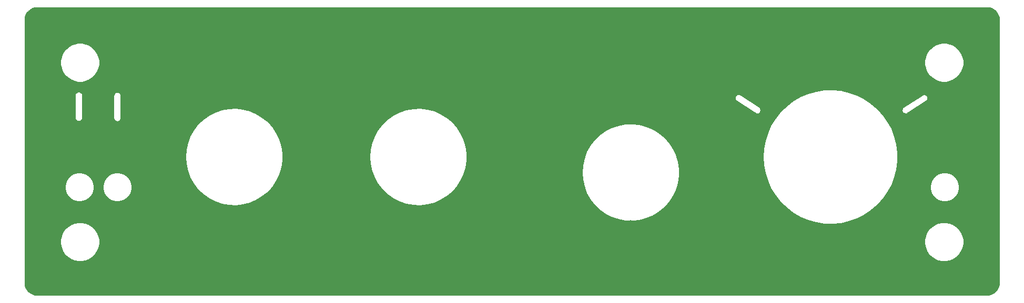
<source format=gbr>
G04 #@! TF.GenerationSoftware,KiCad,Pcbnew,(5.1.12)-1*
G04 #@! TF.CreationDate,2022-02-09T13:03:28+03:00*
G04 #@! TF.ProjectId,ADAU1701 panel,41444155-3137-4303-9120-70616e656c2e,rev?*
G04 #@! TF.SameCoordinates,Original*
G04 #@! TF.FileFunction,Copper,L1,Top*
G04 #@! TF.FilePolarity,Positive*
%FSLAX46Y46*%
G04 Gerber Fmt 4.6, Leading zero omitted, Abs format (unit mm)*
G04 Created by KiCad (PCBNEW (5.1.12)-1) date 2022-02-09 13:03:28*
%MOMM*%
%LPD*%
G01*
G04 APERTURE LIST*
G04 #@! TA.AperFunction,ViaPad*
%ADD10C,0.800000*%
G04 #@! TD*
G04 #@! TA.AperFunction,Conductor*
%ADD11C,0.200000*%
G04 #@! TD*
G04 #@! TA.AperFunction,Conductor*
%ADD12C,0.100000*%
G04 #@! TD*
G04 APERTURE END LIST*
D10*
X163300000Y-127100000D03*
D11*
X221083310Y-92464142D02*
X221452022Y-92575463D01*
X221792087Y-92756279D01*
X222090557Y-92999705D01*
X222336056Y-93296465D01*
X222519244Y-93635264D01*
X222633133Y-94003180D01*
X222675000Y-94401512D01*
X222675001Y-136784094D01*
X222635858Y-137183310D01*
X222524538Y-137552019D01*
X222343721Y-137892087D01*
X222100297Y-138190555D01*
X221803538Y-138436055D01*
X221464740Y-138619242D01*
X221096819Y-138733134D01*
X220698488Y-138775000D01*
X67815896Y-138775000D01*
X67416690Y-138735858D01*
X67047981Y-138624538D01*
X66707913Y-138443721D01*
X66409445Y-138200297D01*
X66163945Y-137903538D01*
X65980758Y-137564740D01*
X65866866Y-137196819D01*
X65825000Y-136798488D01*
X65825000Y-129889752D01*
X71550000Y-129889752D01*
X71550000Y-130510248D01*
X71671052Y-131118821D01*
X71908506Y-131692085D01*
X72253235Y-132208008D01*
X72691992Y-132646765D01*
X73207915Y-132991494D01*
X73781179Y-133228948D01*
X74389752Y-133350000D01*
X75010248Y-133350000D01*
X75618821Y-133228948D01*
X76192085Y-132991494D01*
X76708008Y-132646765D01*
X77146765Y-132208008D01*
X77491494Y-131692085D01*
X77728948Y-131118821D01*
X77850000Y-130510248D01*
X77850000Y-129889752D01*
X210650000Y-129889752D01*
X210650000Y-130510248D01*
X210771052Y-131118821D01*
X211008506Y-131692085D01*
X211353235Y-132208008D01*
X211791992Y-132646765D01*
X212307915Y-132991494D01*
X212881179Y-133228948D01*
X213489752Y-133350000D01*
X214110248Y-133350000D01*
X214718821Y-133228948D01*
X215292085Y-132991494D01*
X215808008Y-132646765D01*
X216246765Y-132208008D01*
X216591494Y-131692085D01*
X216828948Y-131118821D01*
X216950000Y-130510248D01*
X216950000Y-129889752D01*
X216828948Y-129281179D01*
X216591494Y-128707915D01*
X216246765Y-128191992D01*
X215808008Y-127753235D01*
X215292085Y-127408506D01*
X214718821Y-127171052D01*
X214110248Y-127050000D01*
X213489752Y-127050000D01*
X212881179Y-127171052D01*
X212307915Y-127408506D01*
X211791992Y-127753235D01*
X211353235Y-128191992D01*
X211008506Y-128707915D01*
X210771052Y-129281179D01*
X210650000Y-129889752D01*
X77850000Y-129889752D01*
X77728948Y-129281179D01*
X77491494Y-128707915D01*
X77146765Y-128191992D01*
X76708008Y-127753235D01*
X76192085Y-127408506D01*
X75618821Y-127171052D01*
X75010248Y-127050000D01*
X74389752Y-127050000D01*
X73781179Y-127171052D01*
X73207915Y-127408506D01*
X72691992Y-127753235D01*
X72253235Y-128191992D01*
X71908506Y-128707915D01*
X71671052Y-129281179D01*
X71550000Y-129889752D01*
X65825000Y-129889752D01*
X65825000Y-121170150D01*
X72266292Y-121170150D01*
X72266292Y-121629850D01*
X72355975Y-122080718D01*
X72531895Y-122505425D01*
X72787290Y-122887652D01*
X73112348Y-123212710D01*
X73494575Y-123468105D01*
X73919282Y-123644025D01*
X74370150Y-123733708D01*
X74829850Y-123733708D01*
X75280718Y-123644025D01*
X75705425Y-123468105D01*
X76087652Y-123212710D01*
X76412710Y-122887652D01*
X76668105Y-122505425D01*
X76844025Y-122080718D01*
X76933708Y-121629850D01*
X76933708Y-121170150D01*
X78366292Y-121170150D01*
X78366292Y-121629850D01*
X78455975Y-122080718D01*
X78631895Y-122505425D01*
X78887290Y-122887652D01*
X79212348Y-123212710D01*
X79594575Y-123468105D01*
X80019282Y-123644025D01*
X80470150Y-123733708D01*
X80929850Y-123733708D01*
X81380718Y-123644025D01*
X81805425Y-123468105D01*
X82187652Y-123212710D01*
X82512710Y-122887652D01*
X82768105Y-122505425D01*
X82944025Y-122080718D01*
X83033708Y-121629850D01*
X83033708Y-121170150D01*
X82944025Y-120719282D01*
X82768105Y-120294575D01*
X82512710Y-119912348D01*
X82187652Y-119587290D01*
X81805425Y-119331895D01*
X81380718Y-119155975D01*
X80929850Y-119066292D01*
X80470150Y-119066292D01*
X80019282Y-119155975D01*
X79594575Y-119331895D01*
X79212348Y-119587290D01*
X78887290Y-119912348D01*
X78631895Y-120294575D01*
X78455975Y-120719282D01*
X78366292Y-121170150D01*
X76933708Y-121170150D01*
X76844025Y-120719282D01*
X76668105Y-120294575D01*
X76412710Y-119912348D01*
X76087652Y-119587290D01*
X75705425Y-119331895D01*
X75280718Y-119155975D01*
X74829850Y-119066292D01*
X74370150Y-119066292D01*
X73919282Y-119155975D01*
X73494575Y-119331895D01*
X73112348Y-119587290D01*
X72787290Y-119912348D01*
X72531895Y-120294575D01*
X72355975Y-120719282D01*
X72266292Y-121170150D01*
X65825000Y-121170150D01*
X65825000Y-116500000D01*
X91655000Y-116500000D01*
X91738601Y-117642241D01*
X91987623Y-118760137D01*
X92396759Y-119829863D01*
X92957287Y-120828618D01*
X93657262Y-121735116D01*
X94481765Y-122530037D01*
X95413223Y-123196438D01*
X96431783Y-123720116D01*
X97515738Y-124089910D01*
X98641983Y-124297938D01*
X99786515Y-124339766D01*
X100924941Y-124214504D01*
X102032997Y-123924820D01*
X103087066Y-123476889D01*
X104064683Y-122880258D01*
X104945012Y-122147643D01*
X105709290Y-121294658D01*
X106341228Y-120339483D01*
X106827356Y-119302476D01*
X107157315Y-118205740D01*
X107324072Y-117072648D01*
X107324072Y-116500000D01*
X121321666Y-116500000D01*
X121405267Y-117642241D01*
X121654289Y-118760137D01*
X122063425Y-119829863D01*
X122623953Y-120828618D01*
X123323928Y-121735116D01*
X124148431Y-122530037D01*
X125079889Y-123196438D01*
X126098449Y-123720116D01*
X127182404Y-124089910D01*
X128308649Y-124297938D01*
X129453181Y-124339766D01*
X130591607Y-124214504D01*
X131699663Y-123924820D01*
X132753732Y-123476889D01*
X133731349Y-122880258D01*
X134611678Y-122147643D01*
X135375956Y-121294658D01*
X136007894Y-120339483D01*
X136494022Y-119302476D01*
X136585023Y-119000000D01*
X155488332Y-119000000D01*
X155571933Y-120142241D01*
X155820955Y-121260137D01*
X156230091Y-122329863D01*
X156790619Y-123328618D01*
X157490594Y-124235116D01*
X158315097Y-125030037D01*
X159246555Y-125696438D01*
X160265115Y-126220116D01*
X161349070Y-126589910D01*
X162475315Y-126797938D01*
X163619847Y-126839766D01*
X164758273Y-126714504D01*
X165866329Y-126424820D01*
X166920398Y-125976889D01*
X167898015Y-125380258D01*
X168778344Y-124647643D01*
X169542622Y-123794658D01*
X170174560Y-122839483D01*
X170660688Y-121802476D01*
X170990647Y-120705740D01*
X171157404Y-119572648D01*
X171157404Y-118427352D01*
X170990647Y-117294260D01*
X170751690Y-116500000D01*
X184655000Y-116500000D01*
X184737200Y-117832724D01*
X184982552Y-119145244D01*
X185387339Y-120417666D01*
X185945423Y-121630700D01*
X186648344Y-122765957D01*
X187485448Y-123806229D01*
X188444045Y-124735746D01*
X189509602Y-125540418D01*
X190665968Y-126208046D01*
X191895612Y-126728510D01*
X193179896Y-127093920D01*
X194499350Y-127298737D01*
X195833972Y-127339856D01*
X197163532Y-127216655D01*
X198467875Y-126930999D01*
X199727228Y-126487220D01*
X200922500Y-125892046D01*
X202035573Y-125154497D01*
X203049573Y-124285755D01*
X203949129Y-123298989D01*
X204720605Y-122209157D01*
X205278539Y-121170150D01*
X211566292Y-121170150D01*
X211566292Y-121629850D01*
X211655975Y-122080718D01*
X211831895Y-122505425D01*
X212087290Y-122887652D01*
X212412348Y-123212710D01*
X212794575Y-123468105D01*
X213219282Y-123644025D01*
X213670150Y-123733708D01*
X214129850Y-123733708D01*
X214580718Y-123644025D01*
X215005425Y-123468105D01*
X215387652Y-123212710D01*
X215712710Y-122887652D01*
X215968105Y-122505425D01*
X216144025Y-122080718D01*
X216233708Y-121629850D01*
X216233708Y-121170150D01*
X216144025Y-120719282D01*
X215968105Y-120294575D01*
X215712710Y-119912348D01*
X215387652Y-119587290D01*
X215005425Y-119331895D01*
X214580718Y-119155975D01*
X214129850Y-119066292D01*
X213670150Y-119066292D01*
X213219282Y-119155975D01*
X212794575Y-119331895D01*
X212412348Y-119587290D01*
X212087290Y-119912348D01*
X211831895Y-120294575D01*
X211655975Y-120719282D01*
X211566292Y-121170150D01*
X205278539Y-121170150D01*
X205352306Y-121032780D01*
X205834656Y-119787691D01*
X206160343Y-118492764D01*
X206324431Y-117167628D01*
X206324431Y-115832372D01*
X206160343Y-114507236D01*
X205834656Y-113212309D01*
X205352306Y-111967220D01*
X204720605Y-110790843D01*
X203949129Y-109701011D01*
X203209795Y-108890000D01*
X207020000Y-108890000D01*
X207020000Y-108980000D01*
X207021163Y-108995206D01*
X207041163Y-109125206D01*
X207047152Y-109147139D01*
X207087152Y-109247139D01*
X207096795Y-109265470D01*
X207156795Y-109355470D01*
X207173564Y-109374741D01*
X207263564Y-109454741D01*
X207275461Y-109463818D01*
X207292861Y-109472848D01*
X207392861Y-109512848D01*
X207405746Y-109517014D01*
X207485746Y-109537014D01*
X207498957Y-109539388D01*
X207588957Y-109549388D01*
X207611043Y-109549388D01*
X207701043Y-109539388D01*
X207721623Y-109534868D01*
X207811623Y-109504868D01*
X207834358Y-109493936D01*
X210984358Y-107453936D01*
X210996757Y-107444454D01*
X211010000Y-107430000D01*
X211070000Y-107350000D01*
X211076824Y-107339614D01*
X211116824Y-107269614D01*
X211124868Y-107251623D01*
X211154868Y-107161623D01*
X211159228Y-107142403D01*
X211169228Y-107062403D01*
X211170000Y-107050000D01*
X211170000Y-106970000D01*
X211167014Y-106945746D01*
X211127014Y-106785746D01*
X211122428Y-106771828D01*
X211113205Y-106754530D01*
X211053205Y-106664530D01*
X211040711Y-106649289D01*
X210960711Y-106569289D01*
X210945470Y-106556795D01*
X210885470Y-106516795D01*
X210869392Y-106508085D01*
X210799392Y-106478085D01*
X210781693Y-106472381D01*
X210691693Y-106452381D01*
X210682403Y-106450772D01*
X210602403Y-106440772D01*
X210578957Y-106440612D01*
X210488957Y-106450612D01*
X210478307Y-106452381D01*
X210388307Y-106472381D01*
X210372854Y-106477155D01*
X210355454Y-106486186D01*
X207205454Y-108536186D01*
X207194559Y-108544386D01*
X207181065Y-108558606D01*
X207111065Y-108648606D01*
X207100557Y-108665279D01*
X207060557Y-108745279D01*
X207054217Y-108761265D01*
X207024217Y-108861265D01*
X207020000Y-108890000D01*
X203209795Y-108890000D01*
X203049573Y-108714245D01*
X202035573Y-107845503D01*
X200922500Y-107107954D01*
X199727228Y-106512780D01*
X198467875Y-106069001D01*
X197163532Y-105783345D01*
X195833972Y-105660144D01*
X194499350Y-105701263D01*
X193179896Y-105906080D01*
X191895612Y-106271490D01*
X190665968Y-106791954D01*
X189509602Y-107459582D01*
X188444045Y-108264254D01*
X187485448Y-109193771D01*
X186648344Y-110234043D01*
X185945423Y-111369300D01*
X185387339Y-112582334D01*
X184982552Y-113854756D01*
X184737200Y-115167276D01*
X184655000Y-116500000D01*
X170751690Y-116500000D01*
X170660688Y-116197524D01*
X170174560Y-115160517D01*
X169542622Y-114205342D01*
X168778344Y-113352357D01*
X167898015Y-112619742D01*
X166920398Y-112023111D01*
X165866329Y-111575180D01*
X164758273Y-111285496D01*
X163619847Y-111160234D01*
X162475315Y-111202062D01*
X161349070Y-111410090D01*
X160265115Y-111779884D01*
X159246555Y-112303562D01*
X158315097Y-112969963D01*
X157490594Y-113764884D01*
X156790619Y-114671382D01*
X156230091Y-115670137D01*
X155820955Y-116739863D01*
X155571933Y-117857759D01*
X155488332Y-119000000D01*
X136585023Y-119000000D01*
X136823981Y-118205740D01*
X136990738Y-117072648D01*
X136990738Y-115927352D01*
X136823981Y-114794260D01*
X136494022Y-113697524D01*
X136007894Y-112660517D01*
X135375956Y-111705342D01*
X134611678Y-110852357D01*
X133731349Y-110119742D01*
X132753732Y-109523111D01*
X131699663Y-109075180D01*
X130591607Y-108785496D01*
X129453181Y-108660234D01*
X128308649Y-108702062D01*
X127182404Y-108910090D01*
X126098449Y-109279884D01*
X125079889Y-109803562D01*
X124148431Y-110469963D01*
X123323928Y-111264884D01*
X122623953Y-112171382D01*
X122063425Y-113170137D01*
X121654289Y-114239863D01*
X121405267Y-115357759D01*
X121321666Y-116500000D01*
X107324072Y-116500000D01*
X107324072Y-115927352D01*
X107157315Y-114794260D01*
X106827356Y-113697524D01*
X106341228Y-112660517D01*
X105709290Y-111705342D01*
X104945012Y-110852357D01*
X104064683Y-110119742D01*
X103087066Y-109523111D01*
X102032997Y-109075180D01*
X100924941Y-108785496D01*
X99786515Y-108660234D01*
X98641983Y-108702062D01*
X97515738Y-108910090D01*
X96431783Y-109279884D01*
X95413223Y-109803562D01*
X94481765Y-110469963D01*
X93657262Y-111264884D01*
X92957287Y-112171382D01*
X92396759Y-113170137D01*
X91987623Y-114239863D01*
X91738601Y-115357759D01*
X91655000Y-116500000D01*
X65825000Y-116500000D01*
X65825000Y-106500000D01*
X73925000Y-106500000D01*
X73925000Y-110300000D01*
X73928551Y-110326413D01*
X73935557Y-110344721D01*
X74010557Y-110494721D01*
X74016853Y-110505557D01*
X74029289Y-110520711D01*
X74154289Y-110645711D01*
X74175386Y-110661824D01*
X74350386Y-110761824D01*
X74361732Y-110767388D01*
X74380491Y-110773079D01*
X74400000Y-110775000D01*
X74600000Y-110775000D01*
X74626413Y-110771449D01*
X74644721Y-110764443D01*
X74844721Y-110664443D01*
X74862286Y-110653234D01*
X74876351Y-110639579D01*
X74980457Y-110516495D01*
X74994724Y-110494204D01*
X75065618Y-110342288D01*
X75073079Y-110319509D01*
X75075000Y-110300000D01*
X75075000Y-106525000D01*
X80125000Y-106525000D01*
X80125000Y-110325000D01*
X80128551Y-110351413D01*
X80135557Y-110369721D01*
X80210557Y-110519721D01*
X80216853Y-110530557D01*
X80229289Y-110545711D01*
X80354289Y-110670711D01*
X80375386Y-110686824D01*
X80550386Y-110786824D01*
X80561732Y-110792388D01*
X80580491Y-110798079D01*
X80600000Y-110800000D01*
X80800000Y-110800000D01*
X80826413Y-110796449D01*
X80844721Y-110789443D01*
X81044721Y-110689443D01*
X81062286Y-110678234D01*
X81076351Y-110664579D01*
X81180457Y-110541495D01*
X81194724Y-110519204D01*
X81265618Y-110367288D01*
X81273079Y-110344509D01*
X81275000Y-110325000D01*
X81275000Y-106970000D01*
X180120000Y-106970000D01*
X180120000Y-107050000D01*
X180121613Y-107067889D01*
X180141613Y-107177889D01*
X180150557Y-107204721D01*
X180220557Y-107344721D01*
X180234074Y-107365079D01*
X180294074Y-107435079D01*
X180315333Y-107453735D01*
X183455333Y-109503735D01*
X183464297Y-109508945D01*
X183482528Y-109516152D01*
X183552528Y-109536152D01*
X183574127Y-109539827D01*
X183674369Y-109545724D01*
X183687615Y-109545625D01*
X183767373Y-109539728D01*
X183774142Y-109538995D01*
X183844142Y-109528995D01*
X183869392Y-109521915D01*
X183939392Y-109491915D01*
X183949614Y-109486824D01*
X184019614Y-109446824D01*
X184030000Y-109440000D01*
X184110000Y-109380000D01*
X184130000Y-109360000D01*
X184190000Y-109280000D01*
X184199443Y-109264721D01*
X184239443Y-109184721D01*
X184247619Y-109161693D01*
X184267619Y-109071693D01*
X184269504Y-109059950D01*
X184279504Y-108959950D01*
X184279388Y-108938957D01*
X184269388Y-108848957D01*
X184262848Y-108822861D01*
X184222848Y-108722861D01*
X184214489Y-108706507D01*
X184132181Y-108576507D01*
X184114023Y-108555165D01*
X184046331Y-108495165D01*
X184034225Y-108485978D01*
X180904225Y-106465978D01*
X180894329Y-106460362D01*
X180875990Y-106453436D01*
X180856652Y-106450221D01*
X180706652Y-106440221D01*
X180685858Y-106441005D01*
X180545858Y-106461005D01*
X180521988Y-106467506D01*
X180424658Y-106507506D01*
X180400304Y-106521830D01*
X180337634Y-106571830D01*
X180335982Y-106573178D01*
X180275982Y-106623178D01*
X180258077Y-106642654D01*
X180188077Y-106742654D01*
X180176053Y-106765736D01*
X180146809Y-106845918D01*
X180143324Y-106857666D01*
X180122568Y-106947484D01*
X180120000Y-106970000D01*
X81275000Y-106970000D01*
X81275000Y-106500000D01*
X81271449Y-106473587D01*
X81264443Y-106455279D01*
X81189443Y-106305279D01*
X81183147Y-106294443D01*
X81170711Y-106279289D01*
X81070711Y-106179289D01*
X81055470Y-106166795D01*
X80905470Y-106066795D01*
X80888268Y-106057612D01*
X80869509Y-106051921D01*
X80850000Y-106050000D01*
X80575000Y-106050000D01*
X80562389Y-106050798D01*
X80543278Y-106055165D01*
X80525386Y-106063176D01*
X80350386Y-106163176D01*
X80341104Y-106169183D01*
X80326470Y-106182226D01*
X80231944Y-106284781D01*
X80224847Y-106293400D01*
X80214856Y-106310267D01*
X80134382Y-106482712D01*
X80126921Y-106505491D01*
X80125000Y-106525000D01*
X75075000Y-106525000D01*
X75075000Y-106475000D01*
X75071449Y-106448587D01*
X75064443Y-106430279D01*
X74989443Y-106280279D01*
X74983147Y-106269443D01*
X74970711Y-106254289D01*
X74870711Y-106154289D01*
X74855470Y-106141795D01*
X74705470Y-106041795D01*
X74688268Y-106032612D01*
X74669509Y-106026921D01*
X74650000Y-106025000D01*
X74375000Y-106025000D01*
X74362389Y-106025798D01*
X74343278Y-106030165D01*
X74325386Y-106038176D01*
X74150386Y-106138176D01*
X74141104Y-106144183D01*
X74126470Y-106157226D01*
X74031944Y-106259781D01*
X74024847Y-106268400D01*
X74014856Y-106285267D01*
X73934382Y-106457712D01*
X73926921Y-106480491D01*
X73925000Y-106500000D01*
X65825000Y-106500000D01*
X65825000Y-100989752D01*
X71550000Y-100989752D01*
X71550000Y-101610248D01*
X71671052Y-102218821D01*
X71908506Y-102792085D01*
X72253235Y-103308008D01*
X72691992Y-103746765D01*
X73207915Y-104091494D01*
X73781179Y-104328948D01*
X74389752Y-104450000D01*
X75010248Y-104450000D01*
X75618821Y-104328948D01*
X76192085Y-104091494D01*
X76708008Y-103746765D01*
X77146765Y-103308008D01*
X77491494Y-102792085D01*
X77728948Y-102218821D01*
X77850000Y-101610248D01*
X77850000Y-100989752D01*
X210650000Y-100989752D01*
X210650000Y-101610248D01*
X210771052Y-102218821D01*
X211008506Y-102792085D01*
X211353235Y-103308008D01*
X211791992Y-103746765D01*
X212307915Y-104091494D01*
X212881179Y-104328948D01*
X213489752Y-104450000D01*
X214110248Y-104450000D01*
X214718821Y-104328948D01*
X215292085Y-104091494D01*
X215808008Y-103746765D01*
X216246765Y-103308008D01*
X216591494Y-102792085D01*
X216828948Y-102218821D01*
X216950000Y-101610248D01*
X216950000Y-100989752D01*
X216828948Y-100381179D01*
X216591494Y-99807915D01*
X216246765Y-99291992D01*
X215808008Y-98853235D01*
X215292085Y-98508506D01*
X214718821Y-98271052D01*
X214110248Y-98150000D01*
X213489752Y-98150000D01*
X212881179Y-98271052D01*
X212307915Y-98508506D01*
X211791992Y-98853235D01*
X211353235Y-99291992D01*
X211008506Y-99807915D01*
X210771052Y-100381179D01*
X210650000Y-100989752D01*
X77850000Y-100989752D01*
X77728948Y-100381179D01*
X77491494Y-99807915D01*
X77146765Y-99291992D01*
X76708008Y-98853235D01*
X76192085Y-98508506D01*
X75618821Y-98271052D01*
X75010248Y-98150000D01*
X74389752Y-98150000D01*
X73781179Y-98271052D01*
X73207915Y-98508506D01*
X72691992Y-98853235D01*
X72253235Y-99291992D01*
X71908506Y-99807915D01*
X71671052Y-100381179D01*
X71550000Y-100989752D01*
X65825000Y-100989752D01*
X65825000Y-94415896D01*
X65864142Y-94016690D01*
X65975463Y-93647978D01*
X66156279Y-93307913D01*
X66399705Y-93009443D01*
X66696465Y-92763944D01*
X67035264Y-92580756D01*
X67403180Y-92466867D01*
X67801512Y-92425000D01*
X220684104Y-92425000D01*
X221083310Y-92464142D01*
G04 #@! TA.AperFunction,Conductor*
D12*
G36*
X221083310Y-92464142D02*
G01*
X221452022Y-92575463D01*
X221792087Y-92756279D01*
X222090557Y-92999705D01*
X222336056Y-93296465D01*
X222519244Y-93635264D01*
X222633133Y-94003180D01*
X222675000Y-94401512D01*
X222675001Y-136784094D01*
X222635858Y-137183310D01*
X222524538Y-137552019D01*
X222343721Y-137892087D01*
X222100297Y-138190555D01*
X221803538Y-138436055D01*
X221464740Y-138619242D01*
X221096819Y-138733134D01*
X220698488Y-138775000D01*
X67815896Y-138775000D01*
X67416690Y-138735858D01*
X67047981Y-138624538D01*
X66707913Y-138443721D01*
X66409445Y-138200297D01*
X66163945Y-137903538D01*
X65980758Y-137564740D01*
X65866866Y-137196819D01*
X65825000Y-136798488D01*
X65825000Y-129889752D01*
X71550000Y-129889752D01*
X71550000Y-130510248D01*
X71671052Y-131118821D01*
X71908506Y-131692085D01*
X72253235Y-132208008D01*
X72691992Y-132646765D01*
X73207915Y-132991494D01*
X73781179Y-133228948D01*
X74389752Y-133350000D01*
X75010248Y-133350000D01*
X75618821Y-133228948D01*
X76192085Y-132991494D01*
X76708008Y-132646765D01*
X77146765Y-132208008D01*
X77491494Y-131692085D01*
X77728948Y-131118821D01*
X77850000Y-130510248D01*
X77850000Y-129889752D01*
X210650000Y-129889752D01*
X210650000Y-130510248D01*
X210771052Y-131118821D01*
X211008506Y-131692085D01*
X211353235Y-132208008D01*
X211791992Y-132646765D01*
X212307915Y-132991494D01*
X212881179Y-133228948D01*
X213489752Y-133350000D01*
X214110248Y-133350000D01*
X214718821Y-133228948D01*
X215292085Y-132991494D01*
X215808008Y-132646765D01*
X216246765Y-132208008D01*
X216591494Y-131692085D01*
X216828948Y-131118821D01*
X216950000Y-130510248D01*
X216950000Y-129889752D01*
X216828948Y-129281179D01*
X216591494Y-128707915D01*
X216246765Y-128191992D01*
X215808008Y-127753235D01*
X215292085Y-127408506D01*
X214718821Y-127171052D01*
X214110248Y-127050000D01*
X213489752Y-127050000D01*
X212881179Y-127171052D01*
X212307915Y-127408506D01*
X211791992Y-127753235D01*
X211353235Y-128191992D01*
X211008506Y-128707915D01*
X210771052Y-129281179D01*
X210650000Y-129889752D01*
X77850000Y-129889752D01*
X77728948Y-129281179D01*
X77491494Y-128707915D01*
X77146765Y-128191992D01*
X76708008Y-127753235D01*
X76192085Y-127408506D01*
X75618821Y-127171052D01*
X75010248Y-127050000D01*
X74389752Y-127050000D01*
X73781179Y-127171052D01*
X73207915Y-127408506D01*
X72691992Y-127753235D01*
X72253235Y-128191992D01*
X71908506Y-128707915D01*
X71671052Y-129281179D01*
X71550000Y-129889752D01*
X65825000Y-129889752D01*
X65825000Y-121170150D01*
X72266292Y-121170150D01*
X72266292Y-121629850D01*
X72355975Y-122080718D01*
X72531895Y-122505425D01*
X72787290Y-122887652D01*
X73112348Y-123212710D01*
X73494575Y-123468105D01*
X73919282Y-123644025D01*
X74370150Y-123733708D01*
X74829850Y-123733708D01*
X75280718Y-123644025D01*
X75705425Y-123468105D01*
X76087652Y-123212710D01*
X76412710Y-122887652D01*
X76668105Y-122505425D01*
X76844025Y-122080718D01*
X76933708Y-121629850D01*
X76933708Y-121170150D01*
X78366292Y-121170150D01*
X78366292Y-121629850D01*
X78455975Y-122080718D01*
X78631895Y-122505425D01*
X78887290Y-122887652D01*
X79212348Y-123212710D01*
X79594575Y-123468105D01*
X80019282Y-123644025D01*
X80470150Y-123733708D01*
X80929850Y-123733708D01*
X81380718Y-123644025D01*
X81805425Y-123468105D01*
X82187652Y-123212710D01*
X82512710Y-122887652D01*
X82768105Y-122505425D01*
X82944025Y-122080718D01*
X83033708Y-121629850D01*
X83033708Y-121170150D01*
X82944025Y-120719282D01*
X82768105Y-120294575D01*
X82512710Y-119912348D01*
X82187652Y-119587290D01*
X81805425Y-119331895D01*
X81380718Y-119155975D01*
X80929850Y-119066292D01*
X80470150Y-119066292D01*
X80019282Y-119155975D01*
X79594575Y-119331895D01*
X79212348Y-119587290D01*
X78887290Y-119912348D01*
X78631895Y-120294575D01*
X78455975Y-120719282D01*
X78366292Y-121170150D01*
X76933708Y-121170150D01*
X76844025Y-120719282D01*
X76668105Y-120294575D01*
X76412710Y-119912348D01*
X76087652Y-119587290D01*
X75705425Y-119331895D01*
X75280718Y-119155975D01*
X74829850Y-119066292D01*
X74370150Y-119066292D01*
X73919282Y-119155975D01*
X73494575Y-119331895D01*
X73112348Y-119587290D01*
X72787290Y-119912348D01*
X72531895Y-120294575D01*
X72355975Y-120719282D01*
X72266292Y-121170150D01*
X65825000Y-121170150D01*
X65825000Y-116500000D01*
X91655000Y-116500000D01*
X91738601Y-117642241D01*
X91987623Y-118760137D01*
X92396759Y-119829863D01*
X92957287Y-120828618D01*
X93657262Y-121735116D01*
X94481765Y-122530037D01*
X95413223Y-123196438D01*
X96431783Y-123720116D01*
X97515738Y-124089910D01*
X98641983Y-124297938D01*
X99786515Y-124339766D01*
X100924941Y-124214504D01*
X102032997Y-123924820D01*
X103087066Y-123476889D01*
X104064683Y-122880258D01*
X104945012Y-122147643D01*
X105709290Y-121294658D01*
X106341228Y-120339483D01*
X106827356Y-119302476D01*
X107157315Y-118205740D01*
X107324072Y-117072648D01*
X107324072Y-116500000D01*
X121321666Y-116500000D01*
X121405267Y-117642241D01*
X121654289Y-118760137D01*
X122063425Y-119829863D01*
X122623953Y-120828618D01*
X123323928Y-121735116D01*
X124148431Y-122530037D01*
X125079889Y-123196438D01*
X126098449Y-123720116D01*
X127182404Y-124089910D01*
X128308649Y-124297938D01*
X129453181Y-124339766D01*
X130591607Y-124214504D01*
X131699663Y-123924820D01*
X132753732Y-123476889D01*
X133731349Y-122880258D01*
X134611678Y-122147643D01*
X135375956Y-121294658D01*
X136007894Y-120339483D01*
X136494022Y-119302476D01*
X136585023Y-119000000D01*
X155488332Y-119000000D01*
X155571933Y-120142241D01*
X155820955Y-121260137D01*
X156230091Y-122329863D01*
X156790619Y-123328618D01*
X157490594Y-124235116D01*
X158315097Y-125030037D01*
X159246555Y-125696438D01*
X160265115Y-126220116D01*
X161349070Y-126589910D01*
X162475315Y-126797938D01*
X163619847Y-126839766D01*
X164758273Y-126714504D01*
X165866329Y-126424820D01*
X166920398Y-125976889D01*
X167898015Y-125380258D01*
X168778344Y-124647643D01*
X169542622Y-123794658D01*
X170174560Y-122839483D01*
X170660688Y-121802476D01*
X170990647Y-120705740D01*
X171157404Y-119572648D01*
X171157404Y-118427352D01*
X170990647Y-117294260D01*
X170751690Y-116500000D01*
X184655000Y-116500000D01*
X184737200Y-117832724D01*
X184982552Y-119145244D01*
X185387339Y-120417666D01*
X185945423Y-121630700D01*
X186648344Y-122765957D01*
X187485448Y-123806229D01*
X188444045Y-124735746D01*
X189509602Y-125540418D01*
X190665968Y-126208046D01*
X191895612Y-126728510D01*
X193179896Y-127093920D01*
X194499350Y-127298737D01*
X195833972Y-127339856D01*
X197163532Y-127216655D01*
X198467875Y-126930999D01*
X199727228Y-126487220D01*
X200922500Y-125892046D01*
X202035573Y-125154497D01*
X203049573Y-124285755D01*
X203949129Y-123298989D01*
X204720605Y-122209157D01*
X205278539Y-121170150D01*
X211566292Y-121170150D01*
X211566292Y-121629850D01*
X211655975Y-122080718D01*
X211831895Y-122505425D01*
X212087290Y-122887652D01*
X212412348Y-123212710D01*
X212794575Y-123468105D01*
X213219282Y-123644025D01*
X213670150Y-123733708D01*
X214129850Y-123733708D01*
X214580718Y-123644025D01*
X215005425Y-123468105D01*
X215387652Y-123212710D01*
X215712710Y-122887652D01*
X215968105Y-122505425D01*
X216144025Y-122080718D01*
X216233708Y-121629850D01*
X216233708Y-121170150D01*
X216144025Y-120719282D01*
X215968105Y-120294575D01*
X215712710Y-119912348D01*
X215387652Y-119587290D01*
X215005425Y-119331895D01*
X214580718Y-119155975D01*
X214129850Y-119066292D01*
X213670150Y-119066292D01*
X213219282Y-119155975D01*
X212794575Y-119331895D01*
X212412348Y-119587290D01*
X212087290Y-119912348D01*
X211831895Y-120294575D01*
X211655975Y-120719282D01*
X211566292Y-121170150D01*
X205278539Y-121170150D01*
X205352306Y-121032780D01*
X205834656Y-119787691D01*
X206160343Y-118492764D01*
X206324431Y-117167628D01*
X206324431Y-115832372D01*
X206160343Y-114507236D01*
X205834656Y-113212309D01*
X205352306Y-111967220D01*
X204720605Y-110790843D01*
X203949129Y-109701011D01*
X203209795Y-108890000D01*
X207020000Y-108890000D01*
X207020000Y-108980000D01*
X207021163Y-108995206D01*
X207041163Y-109125206D01*
X207047152Y-109147139D01*
X207087152Y-109247139D01*
X207096795Y-109265470D01*
X207156795Y-109355470D01*
X207173564Y-109374741D01*
X207263564Y-109454741D01*
X207275461Y-109463818D01*
X207292861Y-109472848D01*
X207392861Y-109512848D01*
X207405746Y-109517014D01*
X207485746Y-109537014D01*
X207498957Y-109539388D01*
X207588957Y-109549388D01*
X207611043Y-109549388D01*
X207701043Y-109539388D01*
X207721623Y-109534868D01*
X207811623Y-109504868D01*
X207834358Y-109493936D01*
X210984358Y-107453936D01*
X210996757Y-107444454D01*
X211010000Y-107430000D01*
X211070000Y-107350000D01*
X211076824Y-107339614D01*
X211116824Y-107269614D01*
X211124868Y-107251623D01*
X211154868Y-107161623D01*
X211159228Y-107142403D01*
X211169228Y-107062403D01*
X211170000Y-107050000D01*
X211170000Y-106970000D01*
X211167014Y-106945746D01*
X211127014Y-106785746D01*
X211122428Y-106771828D01*
X211113205Y-106754530D01*
X211053205Y-106664530D01*
X211040711Y-106649289D01*
X210960711Y-106569289D01*
X210945470Y-106556795D01*
X210885470Y-106516795D01*
X210869392Y-106508085D01*
X210799392Y-106478085D01*
X210781693Y-106472381D01*
X210691693Y-106452381D01*
X210682403Y-106450772D01*
X210602403Y-106440772D01*
X210578957Y-106440612D01*
X210488957Y-106450612D01*
X210478307Y-106452381D01*
X210388307Y-106472381D01*
X210372854Y-106477155D01*
X210355454Y-106486186D01*
X207205454Y-108536186D01*
X207194559Y-108544386D01*
X207181065Y-108558606D01*
X207111065Y-108648606D01*
X207100557Y-108665279D01*
X207060557Y-108745279D01*
X207054217Y-108761265D01*
X207024217Y-108861265D01*
X207020000Y-108890000D01*
X203209795Y-108890000D01*
X203049573Y-108714245D01*
X202035573Y-107845503D01*
X200922500Y-107107954D01*
X199727228Y-106512780D01*
X198467875Y-106069001D01*
X197163532Y-105783345D01*
X195833972Y-105660144D01*
X194499350Y-105701263D01*
X193179896Y-105906080D01*
X191895612Y-106271490D01*
X190665968Y-106791954D01*
X189509602Y-107459582D01*
X188444045Y-108264254D01*
X187485448Y-109193771D01*
X186648344Y-110234043D01*
X185945423Y-111369300D01*
X185387339Y-112582334D01*
X184982552Y-113854756D01*
X184737200Y-115167276D01*
X184655000Y-116500000D01*
X170751690Y-116500000D01*
X170660688Y-116197524D01*
X170174560Y-115160517D01*
X169542622Y-114205342D01*
X168778344Y-113352357D01*
X167898015Y-112619742D01*
X166920398Y-112023111D01*
X165866329Y-111575180D01*
X164758273Y-111285496D01*
X163619847Y-111160234D01*
X162475315Y-111202062D01*
X161349070Y-111410090D01*
X160265115Y-111779884D01*
X159246555Y-112303562D01*
X158315097Y-112969963D01*
X157490594Y-113764884D01*
X156790619Y-114671382D01*
X156230091Y-115670137D01*
X155820955Y-116739863D01*
X155571933Y-117857759D01*
X155488332Y-119000000D01*
X136585023Y-119000000D01*
X136823981Y-118205740D01*
X136990738Y-117072648D01*
X136990738Y-115927352D01*
X136823981Y-114794260D01*
X136494022Y-113697524D01*
X136007894Y-112660517D01*
X135375956Y-111705342D01*
X134611678Y-110852357D01*
X133731349Y-110119742D01*
X132753732Y-109523111D01*
X131699663Y-109075180D01*
X130591607Y-108785496D01*
X129453181Y-108660234D01*
X128308649Y-108702062D01*
X127182404Y-108910090D01*
X126098449Y-109279884D01*
X125079889Y-109803562D01*
X124148431Y-110469963D01*
X123323928Y-111264884D01*
X122623953Y-112171382D01*
X122063425Y-113170137D01*
X121654289Y-114239863D01*
X121405267Y-115357759D01*
X121321666Y-116500000D01*
X107324072Y-116500000D01*
X107324072Y-115927352D01*
X107157315Y-114794260D01*
X106827356Y-113697524D01*
X106341228Y-112660517D01*
X105709290Y-111705342D01*
X104945012Y-110852357D01*
X104064683Y-110119742D01*
X103087066Y-109523111D01*
X102032997Y-109075180D01*
X100924941Y-108785496D01*
X99786515Y-108660234D01*
X98641983Y-108702062D01*
X97515738Y-108910090D01*
X96431783Y-109279884D01*
X95413223Y-109803562D01*
X94481765Y-110469963D01*
X93657262Y-111264884D01*
X92957287Y-112171382D01*
X92396759Y-113170137D01*
X91987623Y-114239863D01*
X91738601Y-115357759D01*
X91655000Y-116500000D01*
X65825000Y-116500000D01*
X65825000Y-106500000D01*
X73925000Y-106500000D01*
X73925000Y-110300000D01*
X73928551Y-110326413D01*
X73935557Y-110344721D01*
X74010557Y-110494721D01*
X74016853Y-110505557D01*
X74029289Y-110520711D01*
X74154289Y-110645711D01*
X74175386Y-110661824D01*
X74350386Y-110761824D01*
X74361732Y-110767388D01*
X74380491Y-110773079D01*
X74400000Y-110775000D01*
X74600000Y-110775000D01*
X74626413Y-110771449D01*
X74644721Y-110764443D01*
X74844721Y-110664443D01*
X74862286Y-110653234D01*
X74876351Y-110639579D01*
X74980457Y-110516495D01*
X74994724Y-110494204D01*
X75065618Y-110342288D01*
X75073079Y-110319509D01*
X75075000Y-110300000D01*
X75075000Y-106525000D01*
X80125000Y-106525000D01*
X80125000Y-110325000D01*
X80128551Y-110351413D01*
X80135557Y-110369721D01*
X80210557Y-110519721D01*
X80216853Y-110530557D01*
X80229289Y-110545711D01*
X80354289Y-110670711D01*
X80375386Y-110686824D01*
X80550386Y-110786824D01*
X80561732Y-110792388D01*
X80580491Y-110798079D01*
X80600000Y-110800000D01*
X80800000Y-110800000D01*
X80826413Y-110796449D01*
X80844721Y-110789443D01*
X81044721Y-110689443D01*
X81062286Y-110678234D01*
X81076351Y-110664579D01*
X81180457Y-110541495D01*
X81194724Y-110519204D01*
X81265618Y-110367288D01*
X81273079Y-110344509D01*
X81275000Y-110325000D01*
X81275000Y-106970000D01*
X180120000Y-106970000D01*
X180120000Y-107050000D01*
X180121613Y-107067889D01*
X180141613Y-107177889D01*
X180150557Y-107204721D01*
X180220557Y-107344721D01*
X180234074Y-107365079D01*
X180294074Y-107435079D01*
X180315333Y-107453735D01*
X183455333Y-109503735D01*
X183464297Y-109508945D01*
X183482528Y-109516152D01*
X183552528Y-109536152D01*
X183574127Y-109539827D01*
X183674369Y-109545724D01*
X183687615Y-109545625D01*
X183767373Y-109539728D01*
X183774142Y-109538995D01*
X183844142Y-109528995D01*
X183869392Y-109521915D01*
X183939392Y-109491915D01*
X183949614Y-109486824D01*
X184019614Y-109446824D01*
X184030000Y-109440000D01*
X184110000Y-109380000D01*
X184130000Y-109360000D01*
X184190000Y-109280000D01*
X184199443Y-109264721D01*
X184239443Y-109184721D01*
X184247619Y-109161693D01*
X184267619Y-109071693D01*
X184269504Y-109059950D01*
X184279504Y-108959950D01*
X184279388Y-108938957D01*
X184269388Y-108848957D01*
X184262848Y-108822861D01*
X184222848Y-108722861D01*
X184214489Y-108706507D01*
X184132181Y-108576507D01*
X184114023Y-108555165D01*
X184046331Y-108495165D01*
X184034225Y-108485978D01*
X180904225Y-106465978D01*
X180894329Y-106460362D01*
X180875990Y-106453436D01*
X180856652Y-106450221D01*
X180706652Y-106440221D01*
X180685858Y-106441005D01*
X180545858Y-106461005D01*
X180521988Y-106467506D01*
X180424658Y-106507506D01*
X180400304Y-106521830D01*
X180337634Y-106571830D01*
X180335982Y-106573178D01*
X180275982Y-106623178D01*
X180258077Y-106642654D01*
X180188077Y-106742654D01*
X180176053Y-106765736D01*
X180146809Y-106845918D01*
X180143324Y-106857666D01*
X180122568Y-106947484D01*
X180120000Y-106970000D01*
X81275000Y-106970000D01*
X81275000Y-106500000D01*
X81271449Y-106473587D01*
X81264443Y-106455279D01*
X81189443Y-106305279D01*
X81183147Y-106294443D01*
X81170711Y-106279289D01*
X81070711Y-106179289D01*
X81055470Y-106166795D01*
X80905470Y-106066795D01*
X80888268Y-106057612D01*
X80869509Y-106051921D01*
X80850000Y-106050000D01*
X80575000Y-106050000D01*
X80562389Y-106050798D01*
X80543278Y-106055165D01*
X80525386Y-106063176D01*
X80350386Y-106163176D01*
X80341104Y-106169183D01*
X80326470Y-106182226D01*
X80231944Y-106284781D01*
X80224847Y-106293400D01*
X80214856Y-106310267D01*
X80134382Y-106482712D01*
X80126921Y-106505491D01*
X80125000Y-106525000D01*
X75075000Y-106525000D01*
X75075000Y-106475000D01*
X75071449Y-106448587D01*
X75064443Y-106430279D01*
X74989443Y-106280279D01*
X74983147Y-106269443D01*
X74970711Y-106254289D01*
X74870711Y-106154289D01*
X74855470Y-106141795D01*
X74705470Y-106041795D01*
X74688268Y-106032612D01*
X74669509Y-106026921D01*
X74650000Y-106025000D01*
X74375000Y-106025000D01*
X74362389Y-106025798D01*
X74343278Y-106030165D01*
X74325386Y-106038176D01*
X74150386Y-106138176D01*
X74141104Y-106144183D01*
X74126470Y-106157226D01*
X74031944Y-106259781D01*
X74024847Y-106268400D01*
X74014856Y-106285267D01*
X73934382Y-106457712D01*
X73926921Y-106480491D01*
X73925000Y-106500000D01*
X65825000Y-106500000D01*
X65825000Y-100989752D01*
X71550000Y-100989752D01*
X71550000Y-101610248D01*
X71671052Y-102218821D01*
X71908506Y-102792085D01*
X72253235Y-103308008D01*
X72691992Y-103746765D01*
X73207915Y-104091494D01*
X73781179Y-104328948D01*
X74389752Y-104450000D01*
X75010248Y-104450000D01*
X75618821Y-104328948D01*
X76192085Y-104091494D01*
X76708008Y-103746765D01*
X77146765Y-103308008D01*
X77491494Y-102792085D01*
X77728948Y-102218821D01*
X77850000Y-101610248D01*
X77850000Y-100989752D01*
X210650000Y-100989752D01*
X210650000Y-101610248D01*
X210771052Y-102218821D01*
X211008506Y-102792085D01*
X211353235Y-103308008D01*
X211791992Y-103746765D01*
X212307915Y-104091494D01*
X212881179Y-104328948D01*
X213489752Y-104450000D01*
X214110248Y-104450000D01*
X214718821Y-104328948D01*
X215292085Y-104091494D01*
X215808008Y-103746765D01*
X216246765Y-103308008D01*
X216591494Y-102792085D01*
X216828948Y-102218821D01*
X216950000Y-101610248D01*
X216950000Y-100989752D01*
X216828948Y-100381179D01*
X216591494Y-99807915D01*
X216246765Y-99291992D01*
X215808008Y-98853235D01*
X215292085Y-98508506D01*
X214718821Y-98271052D01*
X214110248Y-98150000D01*
X213489752Y-98150000D01*
X212881179Y-98271052D01*
X212307915Y-98508506D01*
X211791992Y-98853235D01*
X211353235Y-99291992D01*
X211008506Y-99807915D01*
X210771052Y-100381179D01*
X210650000Y-100989752D01*
X77850000Y-100989752D01*
X77728948Y-100381179D01*
X77491494Y-99807915D01*
X77146765Y-99291992D01*
X76708008Y-98853235D01*
X76192085Y-98508506D01*
X75618821Y-98271052D01*
X75010248Y-98150000D01*
X74389752Y-98150000D01*
X73781179Y-98271052D01*
X73207915Y-98508506D01*
X72691992Y-98853235D01*
X72253235Y-99291992D01*
X71908506Y-99807915D01*
X71671052Y-100381179D01*
X71550000Y-100989752D01*
X65825000Y-100989752D01*
X65825000Y-94415896D01*
X65864142Y-94016690D01*
X65975463Y-93647978D01*
X66156279Y-93307913D01*
X66399705Y-93009443D01*
X66696465Y-92763944D01*
X67035264Y-92580756D01*
X67403180Y-92466867D01*
X67801512Y-92425000D01*
X220684104Y-92425000D01*
X221083310Y-92464142D01*
G37*
G04 #@! TD.AperFunction*
M02*

</source>
